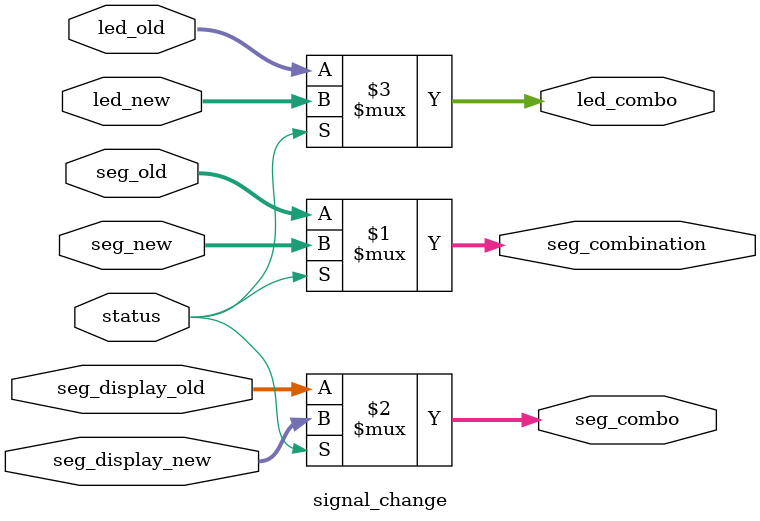
<source format=v>
`timescale 1ns / 1ps

module signal_change(input [3:0]seg_display_old, seg_display_new,input [6:0] seg_old, seg_new, input [15:0] led_old, led_new, input status,
                        output [3:0] seg_combo, output [6:0] seg_combination, output [15:0] led_combo);
       
       assign seg_combination[6:0] = (status) ? seg_new[6:0] : seg_old[6:0];                 
       assign seg_combo[3:0] = (status) ? seg_display_new[3:0] : seg_display_old[3:0];
       assign led_combo[15:0] = (status) ? led_new[15:0] : led_old[15:0];

endmodule

</source>
